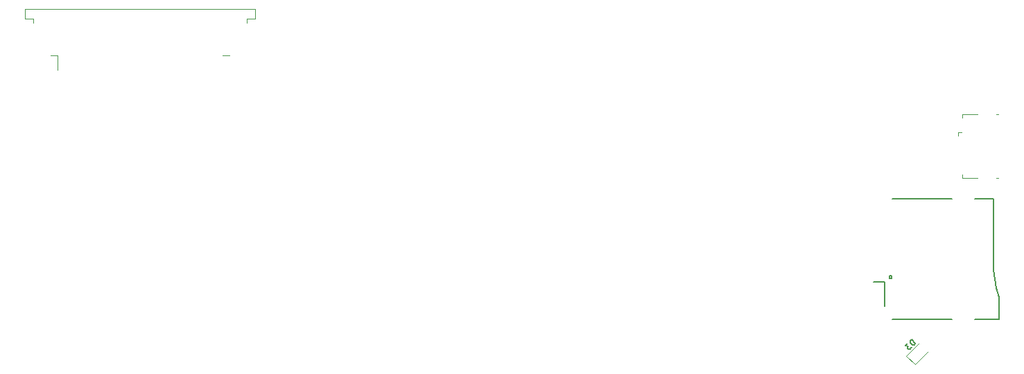
<source format=gbo>
G04 #@! TF.GenerationSoftware,KiCad,Pcbnew,5.1.8+dfsg1-1~bpo10+1*
G04 #@! TF.CreationDate,2020-11-24T20:11:20+01:00*
G04 #@! TF.ProjectId,armpofo_cpu,61726d70-6f66-46f5-9f63-70752e6b6963,rev?*
G04 #@! TF.SameCoordinates,PX3938700PY42c1d80*
G04 #@! TF.FileFunction,Legend,Bot*
G04 #@! TF.FilePolarity,Positive*
%FSLAX46Y46*%
G04 Gerber Fmt 4.6, Leading zero omitted, Abs format (unit mm)*
G04 Created by KiCad (PCBNEW 5.1.8+dfsg1-1~bpo10+1) date 2020-11-24 20:11:20*
%MOMM*%
%LPD*%
G01*
G04 APERTURE LIST*
%ADD10C,0.150000*%
%ADD11C,0.120000*%
G04 APERTURE END LIST*
D10*
G04 #@! TO.C,J8*
X178500000Y-37700000D02*
X178500000Y-40700000D01*
X179400000Y-37250000D02*
X179100000Y-37250000D01*
X179400000Y-36950000D02*
X179400000Y-37250000D01*
X179100000Y-36950000D02*
X179400000Y-36950000D01*
X179100000Y-37250000D02*
X179100000Y-36950000D01*
X179500000Y-42250000D02*
X186700000Y-42250000D01*
X192500000Y-42250000D02*
X189500000Y-42250000D01*
X192500000Y-39550000D02*
X192500000Y-42250000D01*
X189500000Y-27550000D02*
X191800000Y-27550000D01*
X186700000Y-27550000D02*
X179500000Y-27550000D01*
X178500000Y-37700000D02*
X177200000Y-37700000D01*
X192200000Y-38500000D02*
X192500000Y-39550000D01*
X192000000Y-37400000D02*
X192200000Y-38500000D01*
X191850000Y-36250000D02*
X192000000Y-37400000D01*
X191800000Y-34900000D02*
X191850000Y-36250000D01*
X191800000Y-27550000D02*
X191800000Y-34900000D01*
D11*
G04 #@! TO.C,D3*
X181180223Y-46780330D02*
X182795962Y-45164591D01*
X182219670Y-47819777D02*
X181180223Y-46780330D01*
X183835409Y-46204038D02*
X182219670Y-47819777D01*
G04 #@! TO.C,J1*
X187487500Y-19400000D02*
X187937500Y-19400000D01*
X187487500Y-19400000D02*
X187487500Y-19850000D01*
X188037500Y-25000000D02*
X188037500Y-24550000D01*
X189887500Y-25000000D02*
X188037500Y-25000000D01*
X192437500Y-17200000D02*
X192187500Y-17200000D01*
X192437500Y-25000000D02*
X192187500Y-25000000D01*
X189887500Y-17200000D02*
X188037500Y-17200000D01*
X188037500Y-17200000D02*
X188037500Y-17650000D01*
G04 #@! TO.C,J11*
X100645000Y-6040000D02*
X100645000Y-5500000D01*
X100645000Y-5500000D02*
X101670000Y-5500000D01*
X101670000Y-5500000D02*
X101670000Y-4390000D01*
X101670000Y-4390000D02*
X73530000Y-4390000D01*
X73530000Y-4390000D02*
X73530000Y-5500000D01*
X73530000Y-5500000D02*
X74555000Y-5500000D01*
X74555000Y-5500000D02*
X74555000Y-6040000D01*
X76710000Y-10010000D02*
X77535000Y-10010000D01*
X77535000Y-10010000D02*
X77535000Y-11810000D01*
X97665000Y-10010000D02*
X98490000Y-10010000D01*
G04 #@! TO.C,D3*
D10*
X182289255Y-45258578D02*
X181794280Y-44763603D01*
X181676429Y-44881455D01*
X181629289Y-44975735D01*
X181629289Y-45070016D01*
X181652859Y-45140727D01*
X181723570Y-45258578D01*
X181794280Y-45329289D01*
X181912132Y-45400000D01*
X181982842Y-45423570D01*
X182077123Y-45423570D01*
X182171404Y-45376429D01*
X182289255Y-45258578D01*
X181346446Y-45211438D02*
X181040033Y-45517851D01*
X181393587Y-45541421D01*
X181322876Y-45612132D01*
X181299306Y-45682842D01*
X181299306Y-45729983D01*
X181322876Y-45800693D01*
X181440727Y-45918544D01*
X181511438Y-45942115D01*
X181558578Y-45942115D01*
X181629289Y-45918544D01*
X181770710Y-45777123D01*
X181794280Y-45706412D01*
X181794280Y-45659272D01*
G04 #@! TD*
M02*

</source>
